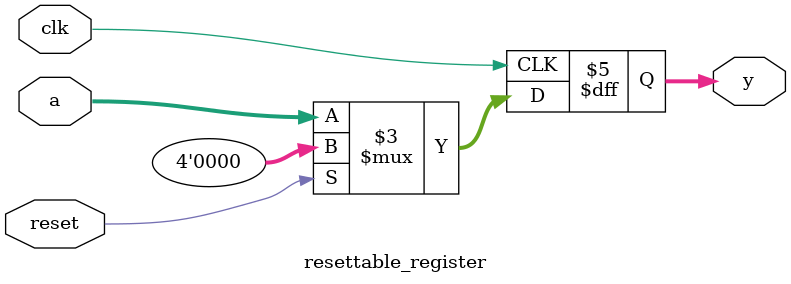
<source format=sv>
module resettable_register( input  logic[3:0] a,
                            input  clk,
                            input  reset,
                            output logic [3:0] y);
			
    always_ff@(posedge clk)
    begin
        if (reset) y <= 4'b0;
        else y <= a;
    end
endmodule

</source>
